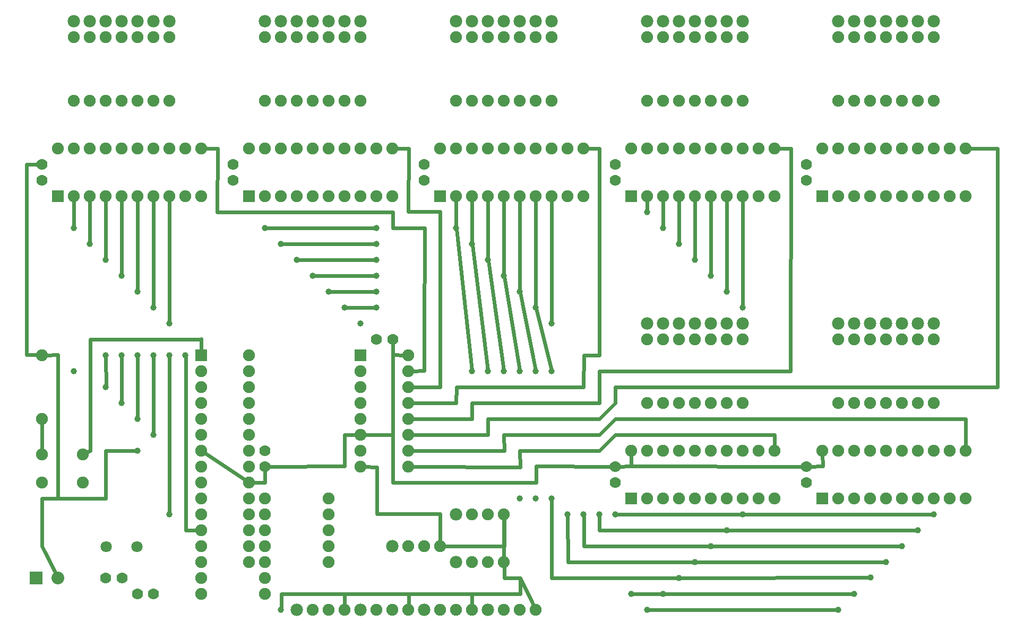
<source format=gtl>
G04 MADE WITH FRITZING*
G04 WWW.FRITZING.ORG*
G04 DOUBLE SIDED*
G04 HOLES PLATED*
G04 CONTOUR ON CENTER OF CONTOUR VECTOR*
%ASAXBY*%
%FSLAX23Y23*%
%MOIN*%
%OFA0B0*%
%SFA1.0B1.0*%
%ADD10C,0.039370*%
%ADD11C,0.080000*%
%ADD12C,0.078000*%
%ADD13C,0.075000*%
%ADD14C,0.070000*%
%ADD15C,0.070925*%
%ADD16C,0.070866*%
%ADD17R,0.080000X0.080000*%
%ADD18R,0.075000X0.075000*%
%ADD19C,0.024000*%
%LNCOPPER1*%
G90*
G70*
G54D10*
X3865Y195D03*
X1665Y95D03*
X365Y1595D03*
X565Y1495D03*
X565Y1695D03*
X665Y1395D03*
X665Y1695D03*
X765Y1295D03*
X865Y1195D03*
X765Y1695D03*
X865Y1695D03*
X965Y1695D03*
X1065Y1695D03*
X965Y695D03*
X765Y1095D03*
X1565Y2495D03*
X1665Y2395D03*
X1765Y2295D03*
X1865Y2195D03*
X1965Y2095D03*
X2065Y1995D03*
X2165Y1895D03*
X365Y2495D03*
X465Y2395D03*
X565Y2295D03*
X665Y2195D03*
X765Y2095D03*
X865Y1995D03*
X965Y1895D03*
X2765Y2495D03*
X2865Y2395D03*
X2965Y2295D03*
X3065Y2195D03*
X3165Y2095D03*
X3265Y1995D03*
X2265Y2495D03*
X2265Y2395D03*
X2265Y2295D03*
X2265Y2195D03*
X2265Y2095D03*
X2265Y1995D03*
X3965Y2595D03*
X4065Y2495D03*
X4165Y2395D03*
X4265Y2295D03*
X4365Y2195D03*
X4465Y2095D03*
X4565Y1995D03*
X4565Y696D03*
X4465Y595D03*
X4365Y495D03*
X4265Y395D03*
X4165Y295D03*
X4065Y195D03*
X3965Y95D03*
X5165Y95D03*
X5265Y195D03*
X5366Y297D03*
X5465Y395D03*
X5565Y495D03*
X5665Y595D03*
X5765Y695D03*
X3765Y695D03*
X3665Y695D03*
X3565Y695D03*
X3465Y695D03*
X3365Y795D03*
X3265Y795D03*
X3165Y795D03*
X3365Y1895D03*
X3365Y1595D03*
X3265Y1595D03*
X3165Y1595D03*
X3065Y1595D03*
X2965Y1595D03*
X2865Y1595D03*
G54D11*
X128Y295D03*
X265Y295D03*
G54D12*
X2765Y695D03*
X2765Y395D03*
X2365Y495D03*
X2965Y95D03*
X2565Y95D03*
X2165Y95D03*
X1765Y95D03*
X3965Y1895D03*
X4065Y1895D03*
X4165Y1895D03*
X4265Y1895D03*
X4365Y1895D03*
X4465Y1895D03*
X4565Y1895D03*
X5165Y1895D03*
X5265Y1895D03*
X5365Y1895D03*
X5465Y1895D03*
X5565Y1895D03*
X5665Y1895D03*
X5765Y1895D03*
X5165Y3795D03*
X5265Y3795D03*
X5365Y3795D03*
X5465Y3795D03*
X5565Y3795D03*
X5665Y3795D03*
X5765Y3795D03*
X3965Y3795D03*
X4065Y3795D03*
X4165Y3795D03*
X4265Y3795D03*
X4365Y3795D03*
X4465Y3795D03*
X4565Y3795D03*
X2765Y3795D03*
X2865Y3795D03*
X2965Y3795D03*
X3065Y3795D03*
X3165Y3795D03*
X3265Y3795D03*
X3365Y3795D03*
X1565Y3795D03*
X1665Y3795D03*
X1765Y3795D03*
X1865Y3795D03*
X1965Y3795D03*
X2065Y3795D03*
X2165Y3795D03*
X365Y3795D03*
X465Y3795D03*
X565Y3795D03*
X665Y3795D03*
X765Y3795D03*
X865Y3795D03*
X965Y3795D03*
G54D13*
X1165Y1695D03*
X1465Y1695D03*
X1165Y1595D03*
X1465Y1595D03*
X1165Y1495D03*
X1465Y1495D03*
X1165Y1395D03*
X1465Y1395D03*
X1165Y1295D03*
X1465Y1295D03*
X1165Y1195D03*
X1465Y1195D03*
X1165Y1095D03*
X1465Y1095D03*
X1165Y995D03*
X1465Y995D03*
X1165Y895D03*
X1465Y895D03*
X1165Y795D03*
X1465Y795D03*
X1165Y695D03*
X1465Y695D03*
X1165Y595D03*
X1465Y595D03*
X1165Y495D03*
X1465Y495D03*
X1165Y395D03*
X1465Y395D03*
X165Y1073D03*
X421Y1073D03*
X165Y895D03*
X421Y895D03*
X2165Y1695D03*
X2465Y1695D03*
X2165Y1595D03*
X2465Y1595D03*
X2165Y1495D03*
X2465Y1495D03*
X2165Y1395D03*
X2465Y1395D03*
X2165Y1295D03*
X2465Y1295D03*
X2165Y1195D03*
X2465Y1195D03*
X2165Y1095D03*
X2465Y1095D03*
X2165Y995D03*
X2465Y995D03*
G54D14*
X666Y295D03*
X565Y295D03*
X765Y195D03*
X865Y195D03*
G54D15*
X762Y492D03*
G54D16*
X569Y492D03*
G54D13*
X2865Y695D03*
X2965Y695D03*
X3065Y695D03*
X2865Y395D03*
X2965Y395D03*
X3065Y395D03*
X2465Y495D03*
X2565Y495D03*
X2665Y495D03*
X3065Y95D03*
X3165Y95D03*
X3265Y95D03*
X2665Y95D03*
X2765Y95D03*
X2865Y95D03*
X2265Y95D03*
X2365Y95D03*
X2465Y95D03*
X1865Y95D03*
X1965Y95D03*
X2065Y95D03*
X265Y2695D03*
X265Y2995D03*
X365Y2695D03*
X365Y2995D03*
X465Y2695D03*
X465Y2995D03*
X565Y2695D03*
X565Y2995D03*
X665Y2695D03*
X665Y2995D03*
X765Y2695D03*
X765Y2995D03*
X865Y2695D03*
X865Y2995D03*
X965Y2695D03*
X965Y2995D03*
X1065Y2695D03*
X1065Y2995D03*
X1165Y2695D03*
X1165Y2995D03*
X1465Y2695D03*
X1465Y2995D03*
X1565Y2695D03*
X1565Y2995D03*
X1665Y2695D03*
X1665Y2995D03*
X1765Y2695D03*
X1765Y2995D03*
X1865Y2695D03*
X1865Y2995D03*
X1965Y2695D03*
X1965Y2995D03*
X2065Y2695D03*
X2065Y2995D03*
X2165Y2695D03*
X2165Y2995D03*
X2265Y2695D03*
X2265Y2995D03*
X2365Y2695D03*
X2365Y2995D03*
X2665Y2695D03*
X2665Y2995D03*
X2765Y2695D03*
X2765Y2995D03*
X2865Y2695D03*
X2865Y2995D03*
X2965Y2695D03*
X2965Y2995D03*
X3065Y2695D03*
X3065Y2995D03*
X3165Y2695D03*
X3165Y2995D03*
X3265Y2695D03*
X3265Y2995D03*
X3365Y2695D03*
X3365Y2995D03*
X3465Y2695D03*
X3465Y2995D03*
X3565Y2695D03*
X3565Y2995D03*
X3865Y2695D03*
X3865Y2995D03*
X3965Y2695D03*
X3965Y2995D03*
X4065Y2695D03*
X4065Y2995D03*
X4165Y2695D03*
X4165Y2995D03*
X4265Y2695D03*
X4265Y2995D03*
X4365Y2695D03*
X4365Y2995D03*
X4465Y2695D03*
X4465Y2995D03*
X4565Y2695D03*
X4565Y2995D03*
X4665Y2695D03*
X4665Y2995D03*
X4765Y2695D03*
X4765Y2995D03*
X5065Y2695D03*
X5065Y2995D03*
X5165Y2695D03*
X5165Y2995D03*
X5265Y2695D03*
X5265Y2995D03*
X5365Y2695D03*
X5365Y2995D03*
X5465Y2695D03*
X5465Y2995D03*
X5565Y2695D03*
X5565Y2995D03*
X5665Y2695D03*
X5665Y2995D03*
X5765Y2695D03*
X5765Y2995D03*
X5865Y2695D03*
X5865Y2995D03*
X5965Y2695D03*
X5965Y2995D03*
X5065Y794D03*
X5065Y1094D03*
X5165Y794D03*
X5165Y1094D03*
X5265Y794D03*
X5265Y1094D03*
X5365Y794D03*
X5365Y1094D03*
X5465Y794D03*
X5465Y1094D03*
X5565Y794D03*
X5565Y1094D03*
X5665Y794D03*
X5665Y1094D03*
X5765Y794D03*
X5765Y1094D03*
X5865Y794D03*
X5865Y1094D03*
X5965Y794D03*
X5965Y1094D03*
X3864Y794D03*
X3864Y1094D03*
X3964Y794D03*
X3964Y1094D03*
X4064Y794D03*
X4064Y1094D03*
X4164Y794D03*
X4164Y1094D03*
X4264Y794D03*
X4264Y1094D03*
X4364Y794D03*
X4364Y1094D03*
X4464Y794D03*
X4464Y1094D03*
X4564Y794D03*
X4564Y1094D03*
X4664Y794D03*
X4664Y1094D03*
X4764Y794D03*
X4764Y1094D03*
X5365Y1795D03*
X5365Y1395D03*
X5465Y1795D03*
X5465Y1395D03*
X5665Y1795D03*
X5665Y1395D03*
X5565Y1795D03*
X5565Y1395D03*
X1965Y395D03*
X1565Y395D03*
X1965Y495D03*
X1565Y495D03*
X1965Y595D03*
X1565Y595D03*
X1965Y695D03*
X1565Y695D03*
X1965Y795D03*
X1565Y795D03*
X1565Y295D03*
X1165Y295D03*
X1565Y195D03*
X1165Y195D03*
X165Y1295D03*
X165Y1695D03*
X4565Y1795D03*
X4565Y1395D03*
X4465Y1795D03*
X4465Y1395D03*
X4365Y1795D03*
X4365Y1395D03*
X4265Y1795D03*
X4265Y1395D03*
X4165Y1795D03*
X4165Y1395D03*
X4065Y1795D03*
X4065Y1395D03*
X3965Y1795D03*
X3965Y1395D03*
X5765Y1795D03*
X5765Y1395D03*
X5265Y1795D03*
X5265Y1395D03*
X5165Y1795D03*
X5165Y1395D03*
X5765Y3695D03*
X5765Y3295D03*
X5665Y3695D03*
X5665Y3295D03*
X5565Y3695D03*
X5565Y3295D03*
X5465Y3695D03*
X5465Y3295D03*
X5265Y3695D03*
X5265Y3295D03*
X4565Y3695D03*
X4565Y3295D03*
X4365Y3695D03*
X4365Y3295D03*
X4465Y3695D03*
X4465Y3295D03*
X5165Y3695D03*
X5165Y3295D03*
X5365Y3695D03*
X5365Y3295D03*
X4165Y3695D03*
X4165Y3295D03*
X3965Y3695D03*
X3965Y3295D03*
X3265Y3695D03*
X3265Y3295D03*
X3365Y3695D03*
X3365Y3295D03*
X4065Y3695D03*
X4065Y3295D03*
X4265Y3695D03*
X4265Y3295D03*
X3065Y3695D03*
X3065Y3295D03*
X2865Y3695D03*
X2865Y3295D03*
X2165Y3695D03*
X2165Y3295D03*
X2765Y3695D03*
X2765Y3295D03*
X2965Y3695D03*
X2965Y3295D03*
X3165Y3695D03*
X3165Y3295D03*
X1965Y3695D03*
X1965Y3295D03*
X1765Y3695D03*
X1765Y3295D03*
X1565Y3695D03*
X1565Y3295D03*
X1665Y3695D03*
X1665Y3295D03*
X1865Y3695D03*
X1865Y3295D03*
X2065Y3695D03*
X2065Y3295D03*
X965Y3695D03*
X965Y3295D03*
X865Y3695D03*
X865Y3295D03*
X765Y3695D03*
X765Y3295D03*
X665Y3695D03*
X665Y3295D03*
X565Y3695D03*
X565Y3295D03*
X465Y3695D03*
X465Y3295D03*
X365Y3695D03*
X365Y3295D03*
G54D14*
X4965Y2895D03*
X4965Y2795D03*
X3765Y2895D03*
X3765Y2795D03*
X2565Y2895D03*
X2565Y2795D03*
X1365Y2895D03*
X1365Y2795D03*
X165Y2895D03*
X165Y2795D03*
X4965Y995D03*
X4965Y895D03*
X3765Y995D03*
X3765Y895D03*
X2265Y1795D03*
X2366Y1795D03*
X1565Y1095D03*
X1565Y995D03*
G54D17*
X128Y295D03*
G54D18*
X1165Y1695D03*
X2165Y1695D03*
X265Y2695D03*
X1465Y2695D03*
X2665Y2695D03*
X3865Y2695D03*
X5065Y2695D03*
X5065Y794D03*
X3864Y794D03*
G54D19*
X3973Y95D02*
X5158Y95D01*
D02*
X4073Y195D02*
X5258Y195D01*
D02*
X4173Y295D02*
X5358Y297D01*
D02*
X5458Y395D02*
X4273Y395D01*
D02*
X4373Y495D02*
X5558Y495D01*
D02*
X4473Y595D02*
X5658Y595D01*
D02*
X4573Y696D02*
X5758Y695D01*
D02*
X4058Y195D02*
X3873Y195D01*
D02*
X2065Y195D02*
X1666Y195D01*
D02*
X1666Y195D02*
X1666Y103D01*
D02*
X2065Y113D02*
X2065Y195D01*
D02*
X567Y1503D02*
X566Y1496D01*
D02*
X566Y1496D02*
X565Y1688D01*
D02*
X965Y1688D02*
X965Y703D01*
D02*
X865Y1688D02*
X865Y1203D01*
D02*
X765Y1688D02*
X765Y1303D01*
D02*
X665Y1688D02*
X665Y1403D01*
D02*
X1067Y594D02*
X1148Y595D01*
D02*
X1066Y1688D02*
X1067Y594D01*
D02*
X565Y794D02*
X164Y794D01*
D02*
X565Y1095D02*
X565Y794D01*
D02*
X164Y494D02*
X256Y313D01*
D02*
X164Y794D02*
X164Y494D01*
D02*
X758Y1095D02*
X565Y1095D01*
D02*
X965Y2678D02*
X965Y1895D01*
D02*
X365Y2503D02*
X365Y2678D01*
D02*
X465Y2403D02*
X465Y2678D01*
D02*
X565Y2303D02*
X565Y2678D01*
D02*
X665Y2203D02*
X665Y2678D01*
D02*
X765Y2103D02*
X765Y2678D01*
D02*
X865Y2003D02*
X865Y2678D01*
D02*
X3165Y2678D02*
X3165Y2103D01*
D02*
X3065Y2678D02*
X3065Y2203D01*
D02*
X2965Y2678D02*
X2965Y2303D01*
D02*
X2865Y2678D02*
X2865Y2403D01*
D02*
X2765Y2678D02*
X2765Y2503D01*
D02*
X1673Y2395D02*
X2258Y2395D01*
D02*
X1773Y2295D02*
X2258Y2295D01*
D02*
X1873Y2195D02*
X2258Y2195D01*
D02*
X1973Y2095D02*
X2258Y2095D01*
D02*
X2073Y1995D02*
X2258Y1995D01*
D02*
X1573Y2495D02*
X2258Y2495D01*
D02*
X3265Y2678D02*
X3265Y2003D01*
D02*
X4465Y2103D02*
X4465Y2678D01*
D02*
X4365Y2203D02*
X4365Y2678D01*
D02*
X4265Y2303D02*
X4265Y2678D01*
D02*
X4165Y2403D02*
X4165Y2678D01*
D02*
X4065Y2503D02*
X4065Y2678D01*
D02*
X3965Y2603D02*
X3965Y2678D01*
D02*
X4565Y2003D02*
X4565Y2678D01*
D02*
X3365Y2678D02*
X3365Y1896D01*
D02*
X3365Y1896D02*
X3365Y1903D01*
D02*
X3167Y2088D02*
X3264Y1603D01*
D02*
X3267Y1988D02*
X3364Y1603D01*
D02*
X3665Y594D02*
X4458Y595D01*
D02*
X3665Y688D02*
X3665Y594D01*
D02*
X3765Y695D02*
X4558Y696D01*
D02*
X3765Y688D02*
X3765Y695D01*
D02*
X2766Y2488D02*
X2865Y1603D01*
D02*
X2866Y2388D02*
X2965Y1603D01*
D02*
X2967Y2288D02*
X3064Y1603D01*
D02*
X3067Y2188D02*
X3164Y1603D01*
D02*
X3865Y296D02*
X4158Y295D01*
D02*
X3665Y296D02*
X3865Y296D01*
D02*
X3364Y296D02*
X3665Y296D01*
D02*
X3365Y788D02*
X3364Y296D01*
D02*
X3865Y394D02*
X4258Y395D01*
D02*
X3466Y394D02*
X3865Y394D01*
D02*
X3465Y688D02*
X3466Y394D01*
D02*
X3567Y496D02*
X4358Y495D01*
D02*
X3566Y688D02*
X3567Y496D01*
D02*
X467Y1094D02*
X469Y1794D01*
D02*
X165Y1090D02*
X165Y1278D01*
D02*
X164Y494D02*
X256Y313D01*
D02*
X265Y794D02*
X164Y794D01*
D02*
X164Y794D02*
X164Y494D01*
D02*
X265Y1697D02*
X265Y794D01*
D02*
X183Y1696D02*
X265Y1697D01*
D02*
X469Y1794D02*
X1165Y1795D01*
D02*
X1165Y1795D02*
X1164Y1797D01*
D02*
X437Y1080D02*
X467Y1094D01*
D02*
X1164Y1797D02*
X1165Y1713D01*
D02*
X2366Y1697D02*
X2448Y1696D01*
D02*
X2367Y1194D02*
X2366Y1697D01*
D02*
X2468Y2994D02*
X2464Y2597D01*
D02*
X2664Y2597D02*
X2665Y1895D01*
D02*
X2464Y2597D02*
X2664Y2597D01*
D02*
X2665Y1895D02*
X2664Y1496D01*
D02*
X2664Y1496D02*
X2483Y1496D01*
D02*
X2383Y2995D02*
X2468Y2994D01*
D02*
X1266Y2994D02*
X1183Y2995D01*
D02*
X1265Y2596D02*
X1266Y2994D01*
D02*
X2366Y2596D02*
X1265Y2596D01*
D02*
X2366Y2495D02*
X2366Y2596D01*
D02*
X2566Y2495D02*
X2366Y2495D01*
D02*
X2565Y1795D02*
X2566Y2495D01*
D02*
X2483Y1596D02*
X2563Y1597D01*
D02*
X2563Y1597D02*
X2565Y1795D01*
D02*
X2183Y1195D02*
X2367Y1194D01*
D02*
X1180Y1086D02*
X1451Y905D01*
D02*
X3765Y1195D02*
X3665Y1095D01*
D02*
X3665Y1095D02*
X3165Y1095D01*
D02*
X4765Y1195D02*
X3765Y1195D01*
D02*
X3165Y1095D02*
X3166Y993D01*
D02*
X3166Y993D02*
X2483Y995D01*
D02*
X4764Y1111D02*
X4765Y1195D01*
D02*
X3765Y1295D02*
X3665Y1195D01*
D02*
X3665Y1195D02*
X3065Y1195D01*
D02*
X5965Y1295D02*
X3765Y1295D01*
D02*
X3065Y1195D02*
X3066Y1094D01*
D02*
X3066Y1094D02*
X2483Y1095D01*
D02*
X5965Y1111D02*
X5965Y1295D01*
D02*
X6165Y2996D02*
X6165Y1494D01*
D02*
X3765Y1396D02*
X3665Y1295D01*
D02*
X3765Y1496D02*
X3765Y1396D01*
D02*
X3665Y1295D02*
X2965Y1295D01*
D02*
X6165Y1494D02*
X3765Y1496D01*
D02*
X2965Y1295D02*
X2965Y1194D01*
D02*
X2965Y1194D02*
X2483Y1195D01*
D02*
X5983Y2995D02*
X6165Y2996D01*
D02*
X4866Y2994D02*
X4865Y1595D01*
D02*
X3665Y1396D02*
X2865Y1396D01*
D02*
X3665Y1595D02*
X3665Y1396D01*
D02*
X3765Y1595D02*
X3665Y1595D01*
D02*
X4865Y1595D02*
X3765Y1595D01*
D02*
X2865Y1396D02*
X2865Y1295D01*
D02*
X2865Y1295D02*
X2483Y1295D01*
D02*
X4783Y2995D02*
X4866Y2994D01*
D02*
X3664Y2994D02*
X3583Y2995D01*
D02*
X3664Y2597D02*
X3664Y2994D01*
D02*
X3665Y1695D02*
X3664Y2597D01*
D02*
X2766Y1495D02*
X3565Y1495D01*
D02*
X3565Y1495D02*
X3566Y1695D01*
D02*
X3566Y1695D02*
X3665Y1695D01*
D02*
X2764Y1396D02*
X2766Y1495D01*
D02*
X2483Y1395D02*
X2764Y1396D01*
D02*
X3066Y294D02*
X3166Y295D01*
D02*
X3166Y295D02*
X3258Y111D01*
D02*
X3066Y378D02*
X3066Y294D01*
D02*
X3166Y196D02*
X2865Y194D01*
D02*
X3166Y295D02*
X3166Y196D01*
D02*
X2865Y194D02*
X2865Y113D01*
D02*
X3258Y111D02*
X3166Y295D01*
D02*
X2865Y194D02*
X2468Y194D01*
D02*
X2468Y194D02*
X2466Y113D01*
D02*
X2865Y113D02*
X2865Y194D01*
D02*
X2468Y194D02*
X2065Y194D01*
D02*
X2065Y194D02*
X2065Y113D01*
D02*
X2466Y113D02*
X2468Y194D01*
D02*
X2267Y993D02*
X2267Y697D01*
D02*
X2267Y697D02*
X2664Y697D01*
D02*
X2664Y697D02*
X2665Y513D01*
D02*
X2183Y995D02*
X2267Y993D01*
D02*
X3066Y496D02*
X2683Y495D01*
D02*
X3066Y678D02*
X3066Y496D01*
D02*
X3065Y678D02*
X3065Y413D01*
D02*
X66Y1697D02*
X66Y2894D01*
D02*
X66Y2894D02*
X150Y2895D01*
D02*
X164Y1697D02*
X66Y1697D01*
D02*
X153Y1707D02*
X164Y1697D01*
D02*
X3865Y997D02*
X4950Y995D01*
D02*
X3864Y1076D02*
X3865Y997D01*
D02*
X4980Y996D02*
X5066Y997D01*
D02*
X5066Y997D02*
X5065Y1076D01*
D02*
X3865Y997D02*
X3864Y1076D01*
D02*
X3780Y996D02*
X3865Y997D01*
D02*
X2366Y1697D02*
X2366Y895D01*
D02*
X2366Y895D02*
X3266Y895D01*
D02*
X3266Y997D02*
X3750Y995D01*
D02*
X3266Y895D02*
X3266Y997D01*
D02*
X2448Y1696D02*
X2366Y1697D01*
D02*
X2366Y1697D02*
X2366Y1780D01*
D02*
X2448Y1696D02*
X2366Y1697D01*
D02*
X1564Y895D02*
X1483Y895D01*
D02*
X1565Y980D02*
X1564Y895D01*
D02*
X2148Y1196D02*
X2065Y1196D01*
D02*
X2065Y1196D02*
X2065Y997D01*
D02*
X2065Y997D02*
X1580Y995D01*
G04 End of Copper1*
M02*
</source>
